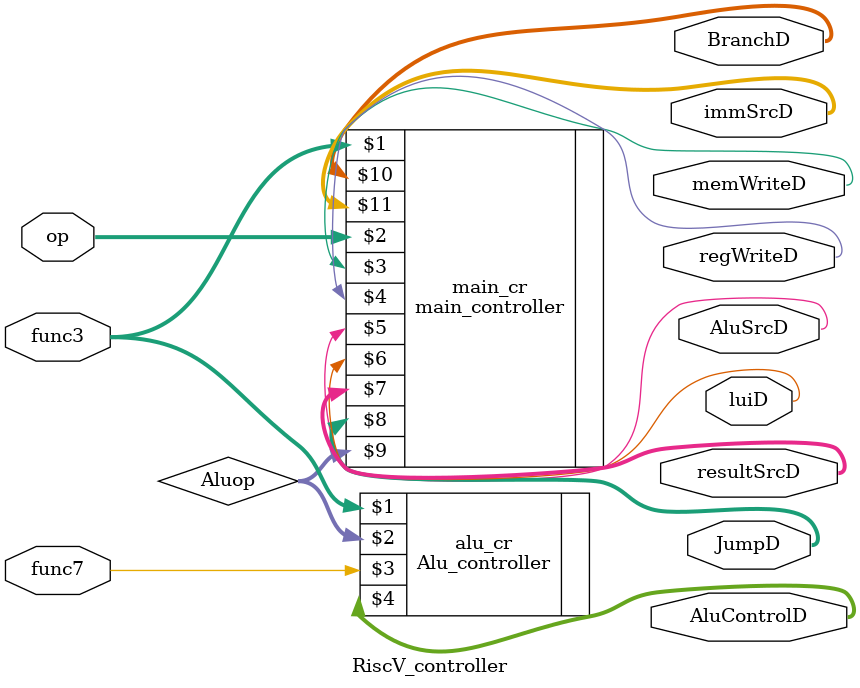
<source format=v>
module RiscV_controller(input [6:0] op, input [2:0] func3, input func7, output AluSrcD, memWriteD, regWriteD, luiD, output [1:0] resultSrcD, JumpD, output [2:0] AluControlD, immSrcD, BranchD);

   wire [1:0] Aluop;
   main_controller main_cr(func3, op, memWriteD, regWriteD, AluSrcD, luiD, resultSrcD, JumpD,Aluop, BranchD, immSrcD);
   Alu_controller alu_cr(func3, Aluop, func7, AluControlD);
endmodule
   
</source>
